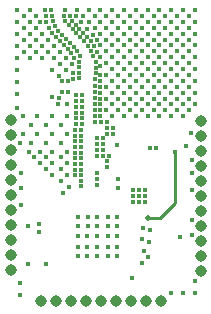
<source format=gbr>
G04 EAGLE Gerber RS-274X export*
G75*
%MOMM*%
%FSLAX34Y34*%
%LPD*%
%INCopper Layer 15*%
%IPPOS*%
%AMOC8*
5,1,8,0,0,1.08239X$1,22.5*%
G01*
%ADD10C,0.975000*%
%ADD11C,0.403200*%
%ADD12C,0.453200*%
%ADD13C,0.503200*%
%ADD14C,0.254000*%


D10*
X77994Y127D03*
X65294Y127D03*
X52594Y127D03*
X39894Y127D03*
X27194Y127D03*
X90694Y127D03*
X103394Y127D03*
X116094Y127D03*
X128794Y127D03*
X1635Y102034D03*
X1635Y89334D03*
X1635Y114734D03*
X1635Y76634D03*
X1635Y127434D03*
X1635Y63934D03*
X1635Y140134D03*
X1635Y51234D03*
X1635Y152834D03*
X1635Y38534D03*
X1635Y25834D03*
X162560Y101600D03*
X162560Y88900D03*
X162560Y114300D03*
X162560Y76200D03*
X162560Y127000D03*
X162560Y63500D03*
X162560Y139700D03*
X162560Y50800D03*
X162560Y152400D03*
X162560Y38100D03*
X162560Y25400D03*
D11*
X58420Y71120D03*
X67310Y71120D03*
X67310Y63500D03*
X58420Y63500D03*
X58420Y54610D03*
X58420Y45720D03*
X74930Y71120D03*
X83820Y71120D03*
X91440Y71120D03*
X66040Y54610D03*
X74930Y63500D03*
X83820Y63500D03*
X91440Y63500D03*
X74930Y54610D03*
X74930Y45720D03*
X74930Y38100D03*
X83820Y38100D03*
X91440Y38100D03*
X91440Y45720D03*
X91440Y54610D03*
X83820Y54610D03*
X66040Y45720D03*
X66040Y38100D03*
X58420Y38100D03*
X83820Y45720D03*
X105410Y93980D03*
X105410Y88900D03*
X105410Y83820D03*
X110490Y93980D03*
X115570Y93980D03*
X110490Y88900D03*
X115570Y88900D03*
X110490Y83820D03*
X115570Y83820D03*
X119380Y129540D03*
X124460Y129540D03*
X74471Y97947D03*
X74471Y103027D03*
X74471Y108107D03*
X83164Y113122D03*
X83164Y118202D03*
X84392Y122772D03*
X74317Y122772D03*
X74228Y127721D03*
X74245Y132641D03*
X74274Y137630D03*
X79354Y137630D03*
X79325Y132641D03*
X79308Y127721D03*
X79397Y122772D03*
X83164Y141440D03*
X83164Y146520D03*
X83164Y151600D03*
X78084Y151600D03*
X73004Y151600D03*
X73004Y156680D03*
X73004Y161760D03*
X73004Y166840D03*
X73004Y171920D03*
X73004Y177000D03*
X73216Y182080D03*
X73066Y187771D03*
X73677Y192668D03*
X73616Y197503D03*
X73616Y202338D03*
X70993Y207303D03*
X69510Y211943D03*
X66882Y216017D03*
X63762Y219996D03*
X60380Y223270D03*
X57243Y226422D03*
X53908Y229926D03*
X50526Y233247D03*
X47497Y236873D03*
X46533Y241601D03*
X47523Y246299D03*
X35340Y246503D03*
X36410Y241609D03*
X37097Y236953D03*
X38639Y232401D03*
X41576Y228435D03*
X44880Y225043D03*
X48081Y221695D03*
X51400Y218332D03*
X54719Y214823D03*
X57685Y211176D03*
X60280Y207135D03*
X59749Y202500D03*
X59684Y197795D03*
X59654Y193288D03*
X59776Y188588D03*
X42296Y190106D03*
X45324Y186538D03*
X50121Y186587D03*
X54709Y187774D03*
X57523Y246299D03*
X67523Y246299D03*
X77523Y246299D03*
X87523Y246299D03*
X97523Y246299D03*
X107523Y246299D03*
X117523Y246299D03*
X127523Y246299D03*
X137523Y246299D03*
X147523Y246299D03*
X157523Y246299D03*
X51613Y241601D03*
X53066Y237057D03*
X56448Y233736D03*
X59783Y230232D03*
X62920Y227080D03*
X66302Y223806D03*
X69422Y219827D03*
X72050Y215753D03*
X74590Y210673D03*
X77130Y206863D03*
X31330Y241609D03*
X31330Y236529D03*
X33559Y231131D03*
X36496Y227165D03*
X39800Y223773D03*
X43001Y220425D03*
X46320Y217062D03*
X49639Y213553D03*
X52605Y209906D03*
X55200Y205865D03*
X62523Y241299D03*
X72523Y241299D03*
X82523Y241299D03*
X92523Y241299D03*
X102523Y241299D03*
X112523Y241299D03*
X122523Y241299D03*
X132523Y241299D03*
X142523Y241299D03*
X152523Y241299D03*
X67523Y236299D03*
X77523Y236299D03*
X87523Y236299D03*
X97523Y236299D03*
X107523Y236299D03*
X117523Y236299D03*
X127523Y236299D03*
X137523Y236299D03*
X147523Y236299D03*
X157523Y236299D03*
X72523Y231299D03*
X82523Y231299D03*
X92523Y231299D03*
X102523Y231299D03*
X112523Y231299D03*
X122523Y231299D03*
X132523Y231299D03*
X77523Y226299D03*
X87523Y226299D03*
X97523Y226299D03*
X107523Y226299D03*
X117523Y226299D03*
X127523Y226299D03*
X82523Y221299D03*
X92523Y221299D03*
X102523Y221299D03*
X112523Y221299D03*
X122523Y221299D03*
X132523Y221299D03*
X137523Y226299D03*
X142523Y231299D03*
X152523Y231299D03*
X87523Y216299D03*
X77523Y216299D03*
X97523Y216299D03*
X82523Y211299D03*
X92523Y211299D03*
X102523Y211299D03*
X112523Y211299D03*
X122523Y211299D03*
X107523Y216299D03*
X117523Y216299D03*
X127523Y216299D03*
X132523Y211299D03*
X147523Y226299D03*
X157523Y226299D03*
X142523Y221299D03*
X152523Y221299D03*
X137523Y216299D03*
X147523Y216299D03*
X157523Y216299D03*
X142523Y211299D03*
X152523Y211299D03*
X87523Y206299D03*
X97523Y206299D03*
X107523Y206299D03*
X117523Y206299D03*
X127523Y206299D03*
X137523Y206299D03*
X147523Y206299D03*
X157523Y206299D03*
X82523Y201299D03*
X92523Y201299D03*
X102523Y201299D03*
X112523Y201299D03*
X122523Y201299D03*
X132523Y201299D03*
X142523Y201299D03*
X152523Y201299D03*
X87523Y196299D03*
X82523Y191299D03*
X92523Y191299D03*
X97523Y196299D03*
X102523Y191299D03*
X107523Y196299D03*
X82523Y181299D03*
X87523Y186299D03*
X92523Y181299D03*
X97523Y186299D03*
X117523Y196299D03*
X127523Y196299D03*
X137523Y196299D03*
X147523Y196299D03*
X157523Y196299D03*
X112523Y191299D03*
X122523Y191299D03*
X132523Y191299D03*
X142523Y191299D03*
X152523Y191299D03*
X107523Y186299D03*
X117523Y186299D03*
X127523Y186299D03*
X137523Y186299D03*
X147523Y186299D03*
X157523Y186299D03*
X102523Y181299D03*
X112523Y181299D03*
X122523Y181299D03*
X132523Y181299D03*
X142523Y181299D03*
X152523Y181299D03*
X87523Y176299D03*
X97523Y176299D03*
X107523Y176299D03*
X117523Y176299D03*
X127523Y176299D03*
X137523Y176299D03*
X147523Y176299D03*
X157523Y176299D03*
X82523Y171299D03*
X92523Y171299D03*
X102523Y171299D03*
X112523Y171299D03*
X122523Y171299D03*
X132523Y171299D03*
X142523Y171299D03*
X152523Y171299D03*
X87523Y166299D03*
X97523Y166299D03*
X107523Y166299D03*
X117523Y166299D03*
X127523Y166299D03*
X137523Y166299D03*
X147523Y166299D03*
X157523Y166299D03*
X92523Y161299D03*
X102523Y161299D03*
X112523Y161299D03*
X122523Y161299D03*
X132523Y161299D03*
X142523Y161299D03*
X152523Y161299D03*
X97523Y156299D03*
X107523Y156299D03*
X117523Y156299D03*
X127523Y156299D03*
X137523Y156299D03*
X147523Y156299D03*
X82523Y161299D03*
X87523Y156299D03*
X77523Y186299D03*
X77523Y181299D03*
X77523Y176299D03*
X77523Y171299D03*
X77523Y166299D03*
X77523Y161299D03*
X77523Y156299D03*
X77523Y191299D03*
X77523Y198799D03*
X30260Y246503D03*
X6723Y246299D03*
X6723Y236139D03*
X6723Y225979D03*
X6723Y215819D03*
X6723Y205659D03*
X6723Y195499D03*
X6723Y185339D03*
X6723Y175179D03*
X6723Y163749D03*
X13073Y241219D03*
X13073Y231059D03*
X13073Y220899D03*
X13073Y210739D03*
X18153Y236139D03*
X18153Y225979D03*
X18153Y215819D03*
X18153Y205659D03*
X23233Y241219D03*
X23233Y231059D03*
X23233Y220899D03*
X23233Y210739D03*
X28313Y225979D03*
X28313Y215819D03*
X28313Y205659D03*
X33393Y210739D03*
X33393Y220899D03*
X38473Y215819D03*
X38473Y205659D03*
X43553Y210739D03*
X48633Y205659D03*
X36887Y195323D03*
X48633Y195499D03*
X43553Y200579D03*
X53713Y200579D03*
X54574Y193288D03*
X60686Y235787D03*
X66133Y230232D03*
X56876Y240867D03*
X71382Y225076D03*
X74502Y221097D03*
X26250Y236529D03*
X60667Y96983D03*
X60791Y106321D03*
X60929Y111207D03*
X60875Y116046D03*
X60776Y120680D03*
X60838Y125515D03*
X60813Y130394D03*
X60790Y135134D03*
X61031Y140023D03*
X61031Y144784D03*
X61827Y149610D03*
X61863Y154478D03*
X61790Y159264D03*
X61716Y164271D03*
X61643Y169057D03*
X61716Y173990D03*
X60684Y101716D03*
X88244Y146520D03*
X88244Y141440D03*
X56636Y173990D03*
X56563Y169057D03*
X56636Y164271D03*
X56710Y159264D03*
X56783Y154478D03*
X56747Y149610D03*
X55951Y144784D03*
X55951Y140023D03*
X55710Y135134D03*
X55733Y130394D03*
X55758Y125515D03*
X55696Y120680D03*
X55795Y116046D03*
X55849Y111207D03*
X55711Y106321D03*
X16510Y63500D03*
X11636Y156490D03*
X24136Y156490D03*
X36636Y156490D03*
X49136Y156490D03*
X19136Y148990D03*
X31636Y148990D03*
X44136Y148990D03*
X11636Y141490D03*
X24136Y141490D03*
X36636Y141490D03*
X49136Y141490D03*
X19136Y133990D03*
X31636Y133990D03*
X44136Y133990D03*
X49136Y126490D03*
X26636Y126490D03*
X36636Y126490D03*
X44136Y121490D03*
X31636Y121490D03*
X16636Y126490D03*
X9136Y133990D03*
X21636Y121490D03*
X26636Y116490D03*
X36636Y116490D03*
X49136Y116490D03*
X31636Y111490D03*
X44136Y111490D03*
X49136Y106490D03*
X36636Y106490D03*
X44136Y101490D03*
X49136Y166490D03*
X41636Y166490D03*
X36894Y172544D03*
X42108Y171916D03*
X45167Y176627D03*
X50184Y176749D03*
D12*
X144505Y54123D03*
X119380Y59690D03*
D11*
X153793Y142249D03*
X155063Y119389D03*
X155063Y107959D03*
X155063Y93989D03*
X155063Y68589D03*
X155063Y55889D03*
X157603Y16519D03*
X157603Y6359D03*
X147443Y6359D03*
X137283Y6359D03*
X9013Y5089D03*
X9013Y15249D03*
X10283Y81289D03*
X10283Y95259D03*
X10283Y107959D03*
X31013Y31249D03*
X16013Y31249D03*
X17723Y246299D03*
X92710Y102870D03*
X91440Y132080D03*
X92710Y95250D03*
X149860Y130810D03*
D12*
X140970Y125730D03*
D13*
X118110Y69850D03*
D14*
X140970Y82550D02*
X140970Y125730D01*
X128270Y69850D02*
X118110Y69850D01*
X128270Y69850D02*
X140970Y82550D01*
D11*
X113030Y52070D03*
X118572Y50264D03*
X114300Y41910D03*
X118110Y36830D03*
X113030Y31750D03*
X104140Y19050D03*
X113965Y61895D03*
X25400Y58420D03*
X25400Y64770D03*
X50800Y96520D03*
X45720Y91440D03*
M02*

</source>
